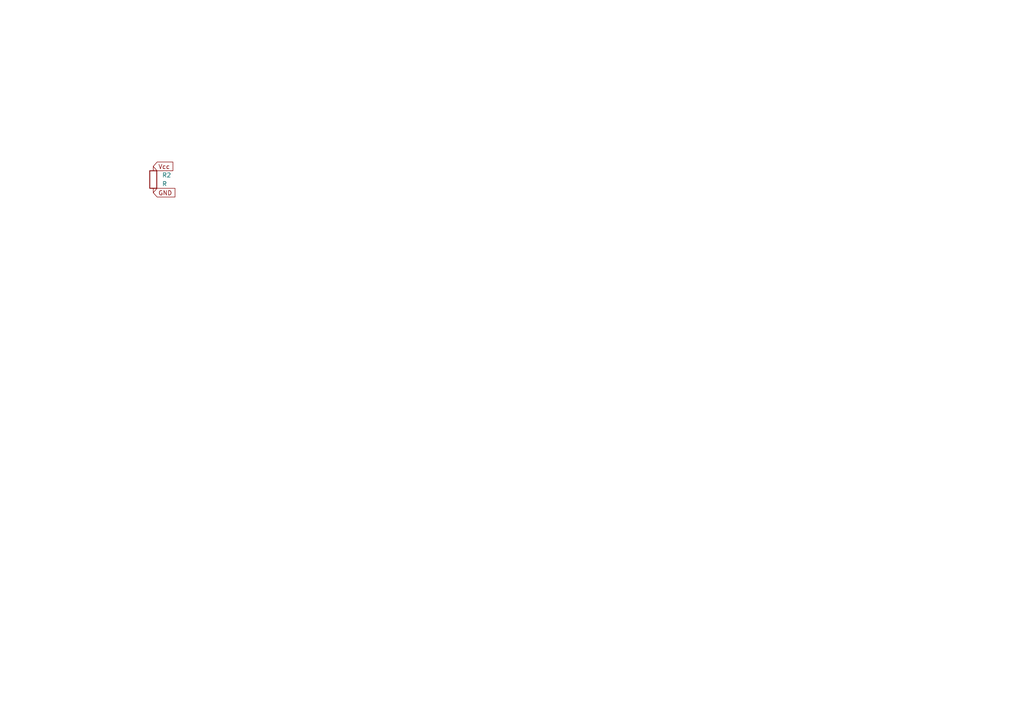
<source format=kicad_sch>
(kicad_sch (version 20230121) (generator eeschema)
  (paper "A4")
  (lib_symbols
    (symbol "Device:R" (pin_numbers hide) (pin_names (offset 0))
      (property "Reference" "R" (at 2.032 0 90))
      (property "Value" "R" (at 0 0 90))
      (symbol "R_0_1"
        (rectangle (start -1.016 -2.54) (end 1.016 2.54) (stroke (width 0.254)))
      )
      (symbol "R_1_1"
        (pin passive line (at 0 3.81 270) (length 1.27) (name "~") (number "1"))
        (pin passive line (at 0 -3.81 90) (length 1.27) (name "~") (number "2"))
      )
    )
  )
  (global_label "GND" (shape input) (at 44.45 55.88 0) (property "Intersheetrefs" "${INTERSHEET_REFS}" (effects hide)))
  (global_label "Vcc" (shape input) (at 44.45 48.26 0) (property "Intersheetrefs" "${INTERSHEET_REFS}" (effects hide)))
  (symbol (lib_id "Device:R") (at 44.45 52.07 0) (unit 1)
    (property "Reference" "R2" (at 46.99 50.8 0) (effects (justify left)))
    (property "Value" "R" (at 46.99 53.34 0) (effects (justify left)))
  )
)
</source>
